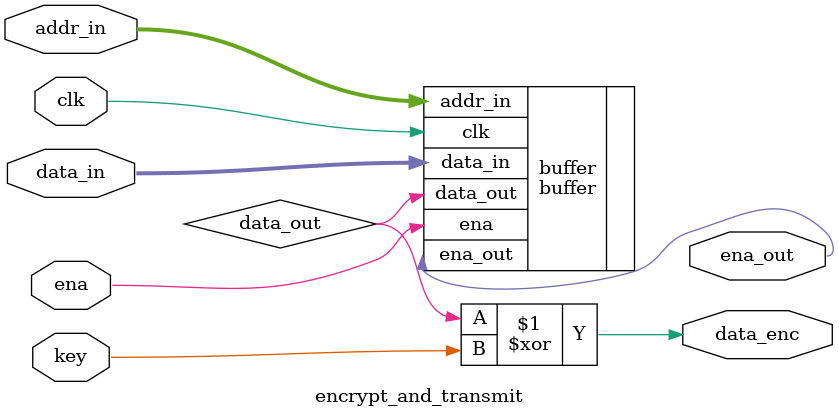
<source format=v>
module encrypt_and_transmit (
    input clk, ena, key,
    input [3:0] addr_in, data_in,
    // output data_out,  // debug only
    output ena_out, data_enc
);
    wire data_out;      // non debugging only
    buffer buffer (
        .clk(clk),
        .ena(ena),
        .addr_in(addr_in),
        .data_in(data_in),
        .ena_out(ena_out),
        .data_out(data_out)
    );
    assign data_enc = data_out ^ key;
endmodule

</source>
